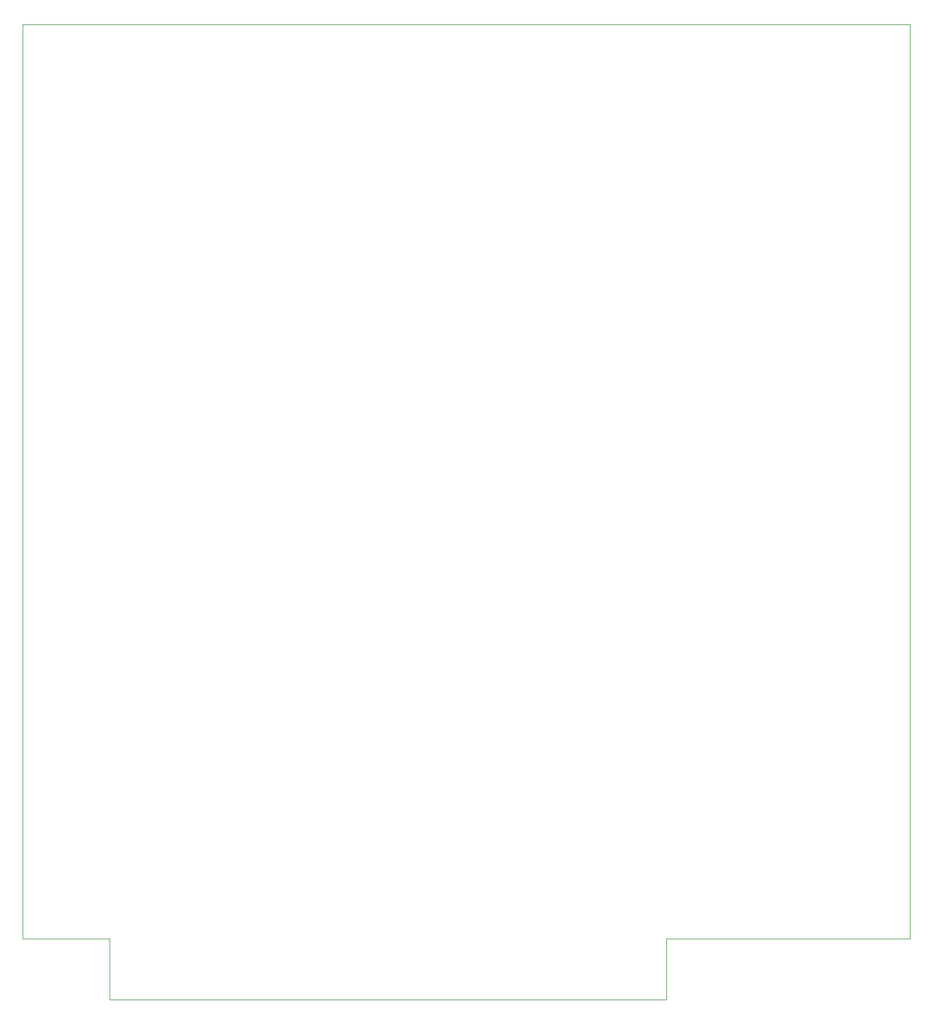
<source format=gbr>
%TF.GenerationSoftware,KiCad,Pcbnew,9.0.3*%
%TF.CreationDate,2026-01-20T13:20:06-07:00*%
%TF.ProjectId,Backplane,4261636b-706c-4616-9e65-2e6b69636164,rev?*%
%TF.SameCoordinates,Original*%
%TF.FileFunction,Profile,NP*%
%FSLAX46Y46*%
G04 Gerber Fmt 4.6, Leading zero omitted, Abs format (unit mm)*
G04 Created by KiCad (PCBNEW 9.0.3) date 2026-01-20 13:20:06*
%MOMM*%
%LPD*%
G01*
G04 APERTURE LIST*
%TA.AperFunction,Profile*%
%ADD10C,0.050000*%
%TD*%
G04 APERTURE END LIST*
D10*
X22860000Y-39370000D02*
X152400000Y-39370000D01*
X35560000Y-181610000D02*
X116840000Y-181610000D01*
X35560000Y-172720000D02*
X35560000Y-181610000D01*
X22860000Y-172720000D02*
X35560000Y-172720000D01*
X22860000Y-39370000D02*
X22860000Y-172720000D01*
X152400000Y-172720000D02*
X152400000Y-39370000D01*
X116840000Y-172720000D02*
X152400000Y-172720000D01*
X116840000Y-181610000D02*
X116840000Y-172720000D01*
M02*

</source>
